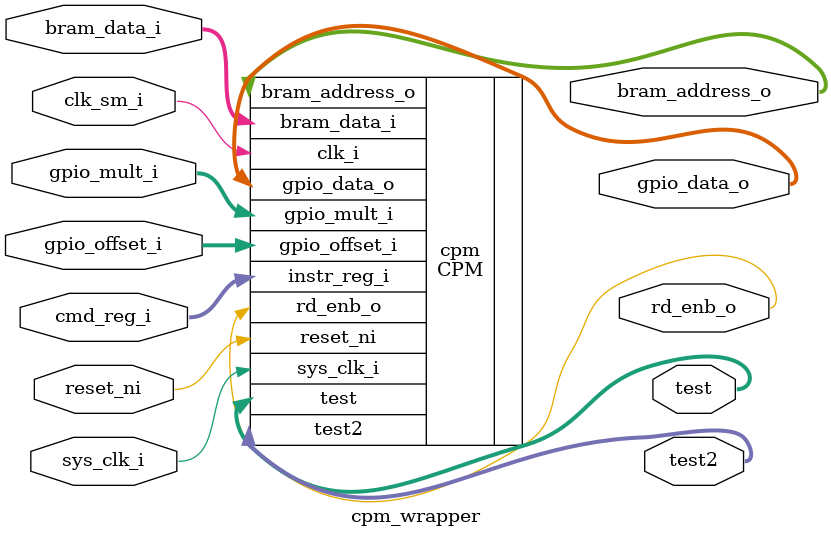
<source format=v>
`timescale 1ns / 1ps


module cpm_wrapper(
    input wire sys_clk_i,
    input wire clk_sm_i,
    input wire reset_ni,
    input wire [7:0] cmd_reg_i,
    input wire [7:0] gpio_offset_i,
    input wire [7:0] gpio_mult_i,
    output wire [31:0] gpio_data_o,
    input wire [31:0] bram_data_i,
    output wire [31:0] bram_address_o,
    output wire rd_enb_o,
    
    output wire [31:0] test,
    output wire [31:0] test2
    );


CPM cpm(
    .sys_clk_i(sys_clk_i),
    .clk_i (clk_sm_i),
    .reset_ni  (reset_ni),
	.instr_reg_i (cmd_reg_i),
	.gpio_mult_i (gpio_mult_i),
	.gpio_offset_i (gpio_offset_i),
	.gpio_data_o (gpio_data_o),
	.bram_address_o (bram_address_o),
	.bram_data_i (bram_data_i),
	.rd_enb_o (rd_enb_o)
	
	, .test(test)
	, .test2(test2)
);

endmodule
</source>
